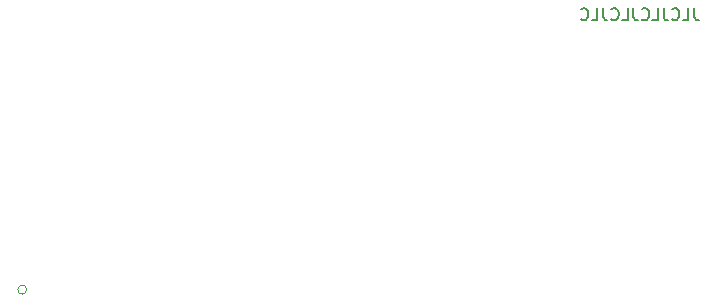
<source format=gbr>
%TF.GenerationSoftware,KiCad,Pcbnew,(6.0.8-1)-1*%
%TF.CreationDate,2022-11-20T20:32:36+00:00*%
%TF.ProjectId,esp32-network-dac,65737033-322d-46e6-9574-776f726b2d64,0.1*%
%TF.SameCoordinates,Original*%
%TF.FileFunction,Legend,Bot*%
%TF.FilePolarity,Positive*%
%FSLAX46Y46*%
G04 Gerber Fmt 4.6, Leading zero omitted, Abs format (unit mm)*
G04 Created by KiCad (PCBNEW (6.0.8-1)-1) date 2022-11-20 20:32:36*
%MOMM*%
%LPD*%
G01*
G04 APERTURE LIST*
%ADD10C,0.150000*%
%ADD11C,0.120000*%
G04 APERTURE END LIST*
D10*
X158619047Y-69452380D02*
X158619047Y-70166666D01*
X158666666Y-70309523D01*
X158761904Y-70404761D01*
X158904761Y-70452380D01*
X159000000Y-70452380D01*
X157666666Y-70452380D02*
X158142857Y-70452380D01*
X158142857Y-69452380D01*
X156761904Y-70357142D02*
X156809523Y-70404761D01*
X156952380Y-70452380D01*
X157047619Y-70452380D01*
X157190476Y-70404761D01*
X157285714Y-70309523D01*
X157333333Y-70214285D01*
X157380952Y-70023809D01*
X157380952Y-69880952D01*
X157333333Y-69690476D01*
X157285714Y-69595238D01*
X157190476Y-69500000D01*
X157047619Y-69452380D01*
X156952380Y-69452380D01*
X156809523Y-69500000D01*
X156761904Y-69547619D01*
X156047619Y-69452380D02*
X156047619Y-70166666D01*
X156095238Y-70309523D01*
X156190476Y-70404761D01*
X156333333Y-70452380D01*
X156428571Y-70452380D01*
X155095238Y-70452380D02*
X155571428Y-70452380D01*
X155571428Y-69452380D01*
X154190476Y-70357142D02*
X154238095Y-70404761D01*
X154380952Y-70452380D01*
X154476190Y-70452380D01*
X154619047Y-70404761D01*
X154714285Y-70309523D01*
X154761904Y-70214285D01*
X154809523Y-70023809D01*
X154809523Y-69880952D01*
X154761904Y-69690476D01*
X154714285Y-69595238D01*
X154619047Y-69500000D01*
X154476190Y-69452380D01*
X154380952Y-69452380D01*
X154238095Y-69500000D01*
X154190476Y-69547619D01*
X153476190Y-69452380D02*
X153476190Y-70166666D01*
X153523809Y-70309523D01*
X153619047Y-70404761D01*
X153761904Y-70452380D01*
X153857142Y-70452380D01*
X152523809Y-70452380D02*
X153000000Y-70452380D01*
X153000000Y-69452380D01*
X151619047Y-70357142D02*
X151666666Y-70404761D01*
X151809523Y-70452380D01*
X151904761Y-70452380D01*
X152047619Y-70404761D01*
X152142857Y-70309523D01*
X152190476Y-70214285D01*
X152238095Y-70023809D01*
X152238095Y-69880952D01*
X152190476Y-69690476D01*
X152142857Y-69595238D01*
X152047619Y-69500000D01*
X151904761Y-69452380D01*
X151809523Y-69452380D01*
X151666666Y-69500000D01*
X151619047Y-69547619D01*
X150904761Y-69452380D02*
X150904761Y-70166666D01*
X150952380Y-70309523D01*
X151047619Y-70404761D01*
X151190476Y-70452380D01*
X151285714Y-70452380D01*
X149952380Y-70452380D02*
X150428571Y-70452380D01*
X150428571Y-69452380D01*
X149047619Y-70357142D02*
X149095238Y-70404761D01*
X149238095Y-70452380D01*
X149333333Y-70452380D01*
X149476190Y-70404761D01*
X149571428Y-70309523D01*
X149619047Y-70214285D01*
X149666666Y-70023809D01*
X149666666Y-69880952D01*
X149619047Y-69690476D01*
X149571428Y-69595238D01*
X149476190Y-69500000D01*
X149333333Y-69452380D01*
X149238095Y-69452380D01*
X149095238Y-69500000D01*
X149047619Y-69547619D01*
D11*
%TO.C,U2*%
X102118202Y-93266300D02*
G75*
G03*
X102118202Y-93266300I-381000J0D01*
G01*
%TD*%
M02*

</source>
